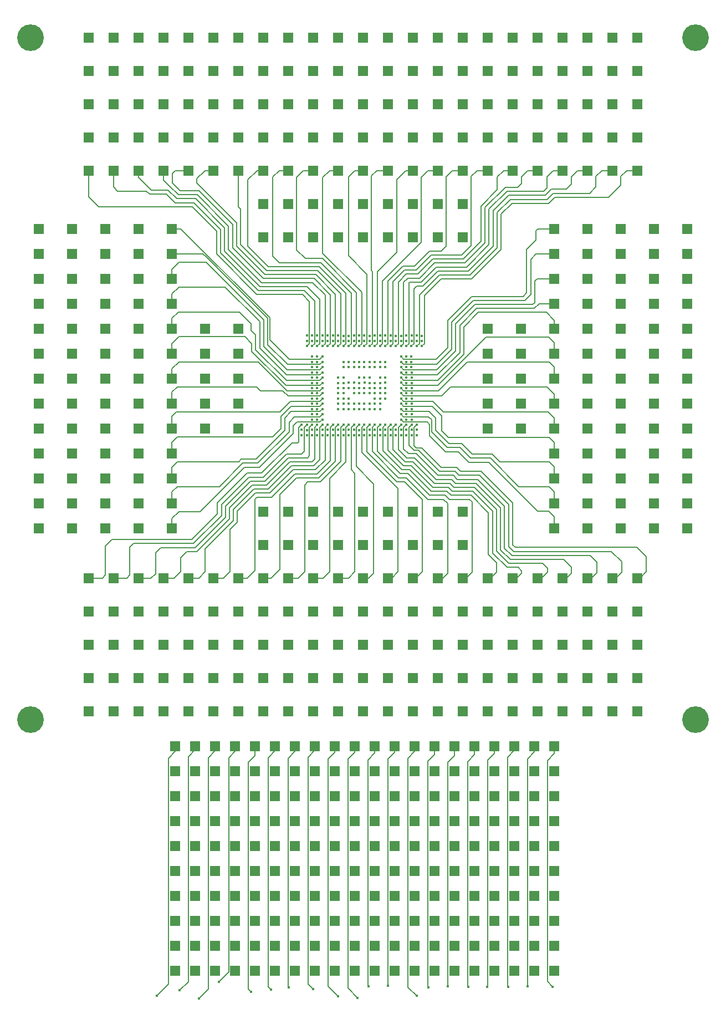
<source format=gbr>
G04 (created by PCBNEW (2012-oct-18)-testing) date Mon 18 Feb 2013 10:37:03 UTC*
%MOIN*%
G04 Gerber Fmt 3.4, Leading zero omitted, Abs format*
%FSLAX34Y34*%
G01*
G70*
G90*
G04 APERTURE LIST*
%ADD10C,0.006*%
%ADD11R,0.06X0.06*%
%ADD12C,0.16*%
%ADD13C,0.0145*%
%ADD14C,0.008*%
G04 APERTURE END LIST*
G54D10*
G54D11*
X109500Y-45200D03*
X109500Y-37700D03*
X109500Y-39200D03*
X109500Y-42200D03*
X109500Y-43700D03*
X109500Y-46700D03*
X107500Y-37700D03*
X107500Y-39200D03*
X107500Y-42200D03*
X107500Y-43700D03*
X107500Y-45200D03*
X107500Y-46700D03*
X101500Y-49700D03*
X101500Y-37700D03*
X101500Y-39200D03*
X101500Y-42200D03*
X101500Y-43700D03*
X101500Y-45200D03*
X101500Y-46700D03*
X137500Y-66700D03*
X137500Y-64700D03*
X137500Y-62700D03*
X137500Y-60700D03*
X137500Y-58700D03*
X136000Y-66700D03*
X136000Y-64700D03*
X136000Y-62700D03*
X136000Y-60700D03*
X105500Y-37700D03*
X105500Y-39200D03*
X105500Y-42200D03*
X105500Y-43700D03*
X105500Y-45200D03*
X105500Y-46700D03*
X103500Y-37700D03*
X103500Y-39200D03*
X103500Y-42200D03*
X103500Y-43700D03*
X103500Y-45200D03*
X103500Y-46700D03*
X136000Y-58700D03*
X115000Y-34200D03*
X122500Y-30200D03*
X121000Y-34200D03*
X121000Y-32200D03*
X121000Y-30200D03*
X119500Y-34200D03*
X119500Y-32200D03*
X119500Y-30200D03*
X118000Y-34200D03*
X118000Y-32200D03*
X118000Y-30200D03*
X116500Y-34200D03*
X116500Y-32200D03*
X116500Y-30200D03*
X122500Y-32200D03*
X115000Y-32200D03*
X115000Y-30200D03*
X113500Y-34200D03*
X113500Y-32200D03*
X113500Y-30200D03*
X112000Y-34200D03*
X112000Y-32200D03*
X112000Y-30200D03*
X110500Y-34200D03*
X110500Y-32200D03*
X110500Y-30200D03*
X109000Y-34200D03*
X109000Y-32200D03*
X128500Y-34200D03*
X136000Y-30200D03*
X134500Y-34200D03*
X134500Y-32200D03*
X134500Y-30200D03*
X133000Y-34200D03*
X133000Y-32200D03*
X133000Y-30200D03*
X131500Y-34200D03*
X131500Y-32200D03*
X131500Y-30200D03*
X130000Y-34200D03*
X130000Y-32200D03*
X130000Y-30200D03*
X109000Y-30200D03*
X128500Y-32200D03*
X128500Y-30200D03*
X127000Y-34200D03*
X127000Y-32200D03*
X127000Y-30200D03*
X125500Y-34200D03*
X125500Y-32200D03*
X125500Y-30200D03*
X124000Y-34200D03*
X124000Y-32200D03*
X124000Y-30200D03*
X122500Y-34200D03*
X125500Y-26200D03*
X110500Y-28200D03*
X109000Y-28200D03*
X107500Y-28200D03*
X106000Y-28200D03*
X104500Y-28200D03*
X137500Y-26200D03*
X136000Y-26200D03*
X134500Y-26200D03*
X133000Y-26200D03*
X131500Y-26200D03*
X130000Y-26200D03*
X127000Y-26200D03*
X128500Y-26200D03*
X112000Y-28200D03*
X124000Y-26200D03*
X122500Y-26200D03*
X121000Y-26200D03*
X119500Y-26200D03*
X116500Y-26200D03*
X118000Y-26200D03*
X115000Y-26200D03*
X113500Y-26200D03*
X112000Y-26200D03*
X110500Y-26200D03*
X109000Y-26200D03*
X106000Y-26200D03*
X107500Y-26200D03*
X131500Y-28200D03*
X107500Y-34200D03*
X107500Y-32200D03*
X107500Y-30200D03*
X106000Y-34200D03*
X106000Y-32200D03*
X106000Y-30200D03*
X104500Y-34200D03*
X104500Y-32200D03*
X104500Y-30200D03*
X137500Y-28200D03*
X136000Y-28200D03*
X134500Y-28200D03*
X133000Y-28200D03*
X136000Y-32200D03*
X130000Y-28200D03*
X128500Y-28200D03*
X127000Y-28200D03*
X125500Y-28200D03*
X124000Y-28200D03*
X122500Y-28200D03*
X121000Y-28200D03*
X119500Y-28200D03*
X118000Y-28200D03*
X116500Y-28200D03*
X115000Y-28200D03*
X113500Y-28200D03*
X122500Y-66700D03*
X127000Y-62700D03*
X127000Y-60700D03*
X127000Y-58700D03*
X125500Y-66700D03*
X125500Y-64700D03*
X125500Y-62700D03*
X125500Y-60700D03*
X125500Y-58700D03*
X124000Y-66700D03*
X124000Y-64700D03*
X124000Y-62700D03*
X124000Y-60700D03*
X124000Y-58700D03*
X127000Y-64700D03*
X122500Y-64700D03*
X122500Y-62700D03*
X122500Y-60700D03*
X122500Y-58700D03*
X121000Y-66700D03*
X121000Y-64700D03*
X121000Y-62700D03*
X121000Y-60700D03*
X121000Y-58700D03*
X119500Y-66700D03*
X119500Y-64700D03*
X119500Y-62700D03*
X119500Y-60700D03*
X131500Y-60700D03*
X134500Y-66700D03*
X134500Y-64700D03*
X134500Y-62700D03*
X134500Y-60700D03*
X134500Y-58700D03*
X133000Y-66700D03*
X133000Y-64700D03*
X133000Y-62700D03*
X133000Y-60700D03*
X133000Y-58700D03*
X131500Y-66700D03*
X131500Y-64700D03*
X131500Y-62700D03*
X119500Y-58700D03*
X131500Y-58700D03*
X130000Y-66700D03*
X130000Y-64700D03*
X130000Y-62700D03*
X130000Y-60700D03*
X130000Y-58700D03*
X128500Y-66700D03*
X128500Y-64700D03*
X128500Y-62700D03*
X128500Y-60700D03*
X128500Y-58700D03*
X127000Y-66700D03*
X106000Y-66700D03*
X110500Y-62700D03*
X110500Y-60700D03*
X110500Y-58700D03*
X109000Y-66700D03*
X109000Y-64700D03*
X109000Y-62700D03*
X109000Y-60700D03*
X109000Y-58700D03*
X107500Y-66700D03*
X107500Y-64700D03*
X107500Y-62700D03*
X107500Y-60700D03*
X107500Y-58700D03*
X110500Y-64700D03*
X106000Y-64700D03*
X106000Y-62700D03*
X106000Y-60700D03*
X106000Y-58700D03*
X104500Y-66700D03*
X104500Y-64700D03*
X104500Y-62700D03*
X104500Y-60700D03*
X104500Y-58700D03*
X137500Y-34200D03*
X137500Y-32200D03*
X137500Y-30200D03*
X136000Y-34200D03*
X115000Y-60700D03*
X118000Y-66700D03*
X118000Y-64700D03*
X118000Y-62700D03*
X118000Y-60700D03*
X118000Y-58700D03*
X116500Y-66700D03*
X116500Y-64700D03*
X116500Y-62700D03*
X116500Y-60700D03*
X116500Y-58700D03*
X115000Y-66700D03*
X115000Y-64700D03*
X115000Y-62700D03*
X104500Y-26200D03*
X115000Y-58700D03*
X113500Y-66700D03*
X113500Y-64700D03*
X113500Y-62700D03*
X113500Y-60700D03*
X113500Y-58700D03*
X112000Y-66700D03*
X112000Y-64700D03*
X112000Y-62700D03*
X112000Y-60700D03*
X112000Y-58700D03*
X110500Y-66700D03*
X134500Y-51200D03*
X132500Y-45200D03*
X132500Y-43700D03*
X132500Y-42200D03*
X132500Y-40700D03*
X132500Y-39200D03*
X132500Y-37700D03*
X134500Y-55700D03*
X136500Y-54200D03*
X134500Y-52700D03*
X132500Y-46700D03*
X134500Y-49700D03*
X134500Y-48200D03*
X134500Y-46700D03*
X134500Y-45200D03*
X134500Y-43700D03*
X134500Y-42200D03*
X134500Y-40700D03*
X134500Y-39200D03*
X134500Y-37700D03*
X127000Y-38200D03*
X125500Y-38200D03*
X125500Y-36200D03*
X127000Y-56700D03*
X127000Y-54700D03*
X130500Y-49700D03*
X130500Y-48200D03*
X130500Y-46700D03*
X130500Y-45200D03*
X130500Y-43700D03*
X136500Y-55700D03*
X127000Y-36200D03*
X132500Y-54200D03*
X132500Y-55700D03*
X134500Y-54200D03*
X132500Y-52700D03*
X132500Y-51200D03*
X132500Y-49700D03*
X132500Y-48200D03*
X140500Y-51200D03*
X138500Y-45200D03*
X138500Y-43700D03*
X138500Y-42200D03*
X138500Y-40700D03*
X138500Y-39200D03*
X138500Y-37700D03*
X140500Y-55700D03*
X101500Y-54200D03*
X140500Y-52700D03*
X138500Y-46700D03*
X140500Y-49700D03*
X140500Y-48200D03*
X140500Y-46700D03*
X140500Y-45200D03*
X140500Y-43700D03*
X140500Y-42200D03*
X140500Y-40700D03*
X140500Y-39200D03*
X140500Y-37700D03*
X136500Y-40700D03*
X138500Y-54200D03*
X136500Y-52700D03*
X136500Y-51200D03*
X136500Y-49700D03*
X136500Y-48200D03*
X136500Y-46700D03*
X136500Y-45200D03*
X136500Y-43700D03*
X136500Y-42200D03*
X128500Y-43700D03*
X136500Y-39200D03*
X136500Y-37700D03*
X138500Y-55700D03*
X140500Y-54200D03*
X138500Y-52700D03*
X138500Y-51200D03*
X138500Y-49700D03*
X138500Y-48200D03*
X109500Y-51200D03*
X107500Y-55700D03*
X109500Y-54200D03*
X107500Y-52700D03*
X107500Y-51200D03*
X107500Y-49700D03*
X107500Y-48200D03*
X107500Y-40700D03*
X109500Y-55700D03*
X109500Y-52700D03*
X105500Y-40700D03*
X109500Y-49700D03*
X109500Y-48200D03*
X109500Y-40700D03*
X115000Y-56700D03*
X115000Y-54700D03*
X111500Y-49700D03*
X111500Y-48200D03*
X111500Y-46700D03*
X111500Y-45200D03*
X103500Y-49700D03*
X103500Y-54200D03*
X101500Y-52700D03*
X101500Y-51200D03*
X101500Y-48200D03*
X101500Y-40700D03*
X103500Y-55700D03*
X105500Y-54200D03*
X103500Y-52700D03*
X103500Y-51200D03*
X111500Y-43700D03*
X103500Y-48200D03*
X103500Y-40700D03*
X105500Y-55700D03*
X107500Y-54200D03*
X105500Y-52700D03*
X105500Y-51200D03*
X105500Y-49700D03*
X105500Y-48200D03*
X124000Y-54700D03*
X121000Y-56700D03*
X121000Y-54700D03*
X121000Y-38200D03*
X121000Y-36200D03*
X122500Y-56700D03*
X122500Y-54700D03*
X122500Y-38200D03*
X122500Y-36200D03*
X124000Y-56700D03*
X119500Y-36200D03*
X124000Y-38200D03*
X124000Y-36200D03*
X125500Y-56700D03*
X125500Y-54700D03*
X128500Y-49700D03*
X128500Y-48200D03*
X128500Y-46700D03*
X128500Y-45200D03*
X116500Y-38200D03*
X115000Y-38200D03*
X115000Y-36200D03*
X116500Y-56700D03*
X116500Y-54700D03*
X113500Y-49700D03*
X113500Y-48200D03*
X113500Y-46700D03*
X113500Y-45200D03*
X113500Y-43700D03*
X101500Y-55700D03*
X116500Y-36200D03*
X118000Y-56700D03*
X118000Y-54700D03*
X118000Y-38200D03*
X118000Y-36200D03*
X119500Y-56700D03*
X119500Y-54700D03*
X119500Y-38200D03*
G54D12*
X101000Y-26200D03*
X141000Y-26200D03*
X101000Y-67200D03*
X141000Y-67200D03*
G54D11*
X125300Y-82300D03*
X124100Y-79300D03*
X124100Y-77800D03*
X124100Y-82300D03*
X124100Y-80800D03*
X125300Y-70300D03*
X125300Y-68800D03*
X125300Y-73300D03*
X125300Y-71800D03*
X125300Y-76300D03*
X125300Y-74800D03*
X125300Y-79300D03*
X125300Y-77800D03*
X124100Y-74800D03*
X125300Y-80800D03*
X126500Y-70300D03*
X126500Y-68800D03*
X126500Y-73300D03*
X126500Y-71800D03*
X126500Y-76300D03*
X126500Y-74800D03*
X126500Y-79300D03*
X126500Y-77800D03*
X126500Y-82300D03*
X126500Y-80800D03*
X122900Y-71800D03*
X121700Y-68800D03*
X121700Y-73300D03*
X121700Y-71800D03*
X121700Y-76300D03*
X121700Y-74800D03*
X121700Y-79300D03*
X121700Y-77800D03*
X121700Y-82300D03*
X121700Y-80800D03*
X122900Y-70300D03*
X122900Y-68800D03*
X122900Y-73300D03*
X127700Y-70300D03*
X122900Y-76300D03*
X122900Y-74800D03*
X122900Y-79300D03*
X122900Y-77800D03*
X122900Y-82300D03*
X122900Y-80800D03*
X124100Y-70300D03*
X124100Y-68800D03*
X124100Y-73300D03*
X124100Y-71800D03*
X124100Y-76300D03*
X131300Y-82300D03*
X130100Y-79300D03*
X130100Y-77800D03*
X130100Y-82300D03*
X130100Y-80800D03*
X131300Y-70300D03*
X131300Y-68800D03*
X131300Y-73300D03*
X131300Y-71800D03*
X131300Y-76300D03*
X131300Y-74800D03*
X131300Y-79300D03*
X131300Y-77800D03*
X130100Y-74800D03*
X131300Y-80800D03*
X132500Y-70300D03*
X132500Y-68800D03*
X132500Y-73300D03*
X132500Y-71800D03*
X132500Y-76300D03*
X132500Y-74800D03*
X132500Y-79300D03*
X132500Y-77800D03*
X132500Y-82300D03*
X132500Y-80800D03*
X128900Y-71800D03*
X127700Y-68800D03*
X127700Y-73300D03*
X127700Y-71800D03*
X127700Y-76300D03*
X127700Y-74800D03*
X127700Y-79300D03*
X127700Y-77800D03*
X127700Y-82300D03*
X127700Y-80800D03*
X128900Y-70300D03*
X128900Y-68800D03*
X128900Y-73300D03*
X121700Y-70300D03*
X128900Y-76300D03*
X128900Y-74800D03*
X128900Y-79300D03*
X128900Y-77800D03*
X128900Y-82300D03*
X128900Y-80800D03*
X130100Y-70300D03*
X130100Y-68800D03*
X130100Y-73300D03*
X130100Y-71800D03*
X130100Y-76300D03*
X113300Y-82300D03*
X112100Y-79300D03*
X112100Y-77800D03*
X112100Y-82300D03*
X112100Y-80800D03*
X113300Y-70300D03*
X113300Y-68800D03*
X113300Y-73300D03*
X113300Y-71800D03*
X113300Y-76300D03*
X113300Y-74800D03*
X113300Y-79300D03*
X113300Y-77800D03*
X112100Y-74800D03*
X113300Y-80800D03*
X114500Y-70300D03*
X114500Y-68800D03*
X114500Y-73300D03*
X114500Y-71800D03*
X114500Y-76300D03*
X114500Y-74800D03*
X114500Y-79300D03*
X114500Y-77800D03*
X114500Y-82300D03*
X114500Y-80800D03*
X110900Y-71800D03*
X109700Y-68800D03*
X109700Y-73300D03*
X109700Y-71800D03*
X109700Y-76300D03*
X109700Y-74800D03*
X109700Y-79300D03*
X109700Y-77800D03*
X109700Y-82300D03*
X109700Y-80800D03*
X110900Y-70300D03*
X110900Y-68800D03*
X110900Y-73300D03*
X115700Y-70300D03*
X110900Y-76300D03*
X110900Y-74800D03*
X110900Y-79300D03*
X110900Y-77800D03*
X110900Y-82300D03*
X110900Y-80800D03*
X112100Y-70300D03*
X112100Y-68800D03*
X112100Y-73300D03*
X112100Y-71800D03*
X112100Y-76300D03*
X119300Y-82300D03*
X118100Y-79300D03*
X118100Y-77800D03*
X118100Y-82300D03*
X118100Y-80800D03*
X119300Y-70300D03*
X119300Y-68800D03*
X119300Y-73300D03*
X119300Y-71800D03*
X119300Y-76300D03*
X119300Y-74800D03*
X119300Y-79300D03*
X119300Y-77800D03*
X118100Y-74800D03*
X119300Y-80800D03*
X120500Y-70300D03*
X120500Y-68800D03*
X120500Y-73300D03*
X120500Y-71800D03*
X120500Y-76300D03*
X120500Y-74800D03*
X120500Y-79300D03*
X120500Y-77800D03*
X120500Y-82300D03*
X120500Y-80800D03*
X116900Y-71800D03*
X115700Y-68800D03*
X115700Y-73300D03*
X115700Y-71800D03*
X115700Y-76300D03*
X115700Y-74800D03*
X115700Y-79300D03*
X115700Y-77800D03*
X115700Y-82300D03*
X115700Y-80800D03*
X116900Y-70300D03*
X116900Y-68800D03*
X116900Y-73300D03*
X109700Y-70300D03*
X116900Y-76300D03*
X116900Y-74800D03*
X116900Y-79300D03*
X116900Y-77800D03*
X116900Y-82300D03*
X116900Y-80800D03*
X118100Y-70300D03*
X118100Y-68800D03*
X118100Y-73300D03*
X118100Y-71800D03*
X118100Y-76300D03*
G54D13*
X117925Y-48845D03*
X117925Y-49160D03*
X118240Y-49165D03*
X118555Y-48850D03*
X118240Y-48850D03*
X123280Y-49162D03*
X123596Y-49164D03*
X123910Y-49164D03*
X118555Y-47590D03*
X118555Y-47905D03*
X118240Y-47905D03*
X117925Y-47905D03*
X118240Y-47590D03*
X117925Y-47590D03*
X118240Y-48220D03*
X117925Y-48530D03*
X118240Y-48530D03*
X118555Y-48530D03*
X118555Y-48220D03*
X117925Y-48220D03*
X123280Y-47590D03*
X123596Y-47588D03*
X123910Y-47588D03*
X123910Y-46960D03*
X123596Y-46960D03*
X123280Y-46958D03*
X123910Y-47904D03*
X123280Y-47274D03*
X123596Y-47274D03*
X123910Y-47272D03*
X123910Y-48532D03*
X123596Y-48532D03*
X123280Y-48532D03*
X123282Y-48848D03*
X123596Y-48848D03*
X123910Y-48848D03*
X123596Y-48218D03*
X123596Y-47904D03*
X123280Y-47906D03*
X123280Y-48218D03*
X123910Y-48218D03*
X123280Y-49480D03*
X123595Y-49790D03*
X123595Y-50105D03*
X123280Y-49790D03*
X123280Y-50105D03*
X124225Y-49790D03*
X123910Y-49480D03*
X123910Y-49790D03*
X123910Y-50105D03*
X124225Y-50105D03*
X123595Y-49480D03*
X122335Y-49480D03*
X122340Y-49790D03*
X122335Y-50105D03*
X122020Y-50105D03*
X122965Y-49480D03*
X122965Y-50105D03*
X122965Y-49790D03*
X122650Y-49480D03*
X122650Y-49790D03*
X122650Y-50105D03*
X118240Y-46645D03*
X117925Y-46645D03*
X118555Y-46645D03*
X118555Y-46330D03*
X118240Y-46330D03*
X117925Y-46330D03*
X118555Y-47275D03*
X118240Y-47275D03*
X117925Y-47275D03*
X118555Y-46960D03*
X118240Y-46960D03*
X117925Y-46960D03*
X118240Y-45385D03*
X117925Y-45700D03*
X118556Y-45385D03*
X117925Y-45385D03*
X124220Y-49475D03*
X117925Y-46015D03*
X118555Y-46015D03*
X118240Y-46015D03*
X118555Y-45700D03*
X118240Y-45700D03*
X119500Y-47905D03*
X122336Y-46958D03*
X122020Y-46644D03*
X122334Y-46644D03*
X119815Y-47905D03*
X119815Y-47590D03*
X119500Y-47590D03*
X119815Y-47275D03*
X119500Y-47275D03*
X118242Y-44754D03*
X122338Y-47904D03*
X122022Y-47904D03*
X122336Y-47590D03*
X122022Y-47588D03*
X122022Y-47274D03*
X122338Y-47274D03*
X122022Y-46960D03*
X120760Y-48220D03*
X121390Y-48220D03*
X121390Y-48535D03*
X121075Y-48535D03*
X121075Y-48215D03*
X121705Y-48535D03*
X120760Y-48535D03*
X120445Y-48220D03*
X120445Y-48530D03*
X119815Y-46960D03*
X119500Y-46960D03*
X119815Y-46645D03*
X119500Y-46645D03*
X122020Y-48220D03*
X122020Y-48535D03*
X121705Y-48215D03*
X124210Y-83820D03*
X122500Y-83220D03*
X121340Y-83250D03*
X120670Y-83930D03*
X119490Y-83850D03*
X129720Y-83290D03*
X128460Y-83260D03*
X127320Y-83280D03*
X126090Y-83250D03*
X124910Y-83300D03*
X111130Y-83970D03*
X109950Y-83490D03*
X108600Y-83800D03*
X117980Y-83410D03*
X116530Y-83300D03*
X120135Y-48220D03*
X115460Y-83450D03*
X114250Y-83570D03*
X112320Y-82970D03*
X123280Y-45384D03*
X123594Y-45384D03*
X123908Y-45384D03*
X123908Y-45700D03*
X123594Y-45700D03*
X123596Y-46644D03*
X123910Y-46330D03*
X123280Y-46646D03*
X123910Y-46644D03*
X123280Y-45700D03*
X123278Y-46014D03*
X123594Y-46014D03*
X123908Y-46014D03*
X123278Y-46330D03*
X123594Y-46328D03*
X122018Y-46016D03*
X122020Y-45700D03*
X121702Y-46014D03*
X121704Y-45700D03*
X121388Y-46014D03*
X121390Y-45700D03*
X121074Y-46014D03*
X121074Y-45700D03*
X120760Y-46014D03*
X119500Y-48215D03*
X120130Y-48535D03*
X119815Y-48215D03*
X119815Y-48535D03*
X119500Y-48535D03*
X122334Y-46016D03*
X122336Y-45698D03*
X120130Y-46016D03*
X120760Y-45700D03*
X120444Y-46014D03*
X120444Y-45700D03*
X120130Y-45700D03*
X119816Y-46016D03*
X119816Y-45700D03*
X121705Y-47903D03*
X120130Y-47903D03*
X118555Y-49165D03*
X121390Y-46644D03*
X121706Y-47588D03*
X121390Y-47590D03*
X121076Y-47588D03*
X120760Y-47588D03*
X120446Y-47588D03*
X121706Y-47274D03*
X121390Y-47274D03*
X121076Y-47274D03*
X120762Y-47274D03*
X120448Y-47274D03*
X120132Y-47274D03*
X121706Y-46960D03*
X121390Y-46960D03*
X121078Y-46958D03*
X120762Y-46960D03*
X120132Y-46958D03*
X120446Y-46958D03*
X121076Y-46644D03*
X120760Y-46644D03*
X118555Y-44125D03*
X118555Y-44440D03*
X118556Y-44754D03*
X118870Y-44125D03*
X117925Y-44125D03*
X117925Y-44440D03*
X117926Y-44754D03*
X118240Y-44125D03*
X118240Y-44440D03*
X119816Y-44754D03*
X119816Y-44440D03*
X119816Y-44126D03*
X119500Y-44754D03*
X119500Y-44440D03*
X119500Y-44124D03*
X120130Y-44754D03*
X120444Y-44754D03*
X120446Y-44440D03*
X120446Y-44124D03*
X120130Y-44440D03*
X120130Y-44126D03*
X117610Y-44125D03*
X117610Y-44440D03*
X117612Y-44754D03*
X119186Y-44124D03*
X119186Y-44754D03*
X119186Y-44438D03*
X118870Y-44754D03*
X118870Y-44440D03*
X118870Y-50105D03*
X119185Y-50105D03*
X118870Y-49790D03*
X118870Y-49480D03*
X118555Y-49480D03*
X119500Y-49790D03*
X119500Y-50105D03*
X118555Y-49790D03*
X119500Y-49480D03*
X119185Y-49480D03*
X119185Y-49790D03*
X117925Y-49790D03*
X117925Y-50105D03*
X117610Y-50105D03*
X117925Y-49480D03*
X117295Y-49790D03*
X118555Y-50105D03*
X118240Y-50105D03*
X118240Y-49790D03*
X118240Y-49480D03*
X121390Y-49790D03*
X121390Y-50105D03*
X121075Y-50105D03*
X121075Y-49790D03*
X121075Y-49480D03*
X121705Y-50105D03*
X122020Y-49790D03*
X122020Y-49480D03*
X121705Y-49790D03*
X121705Y-49480D03*
X121390Y-49480D03*
X120130Y-49475D03*
X120130Y-49790D03*
X120130Y-50105D03*
X119820Y-49480D03*
X119815Y-49790D03*
X119820Y-50105D03*
X120445Y-49480D03*
X120760Y-50105D03*
X120760Y-49795D03*
X120760Y-49480D03*
X117610Y-49795D03*
X120445Y-49790D03*
X120445Y-50105D03*
X122020Y-44440D03*
X122020Y-44124D03*
X122020Y-44754D03*
X121706Y-44754D03*
X121704Y-44440D03*
X121706Y-44124D03*
X122650Y-44754D03*
X122650Y-44124D03*
X122650Y-44440D03*
X122336Y-44754D03*
X122336Y-44440D03*
X122336Y-44124D03*
X120760Y-44440D03*
X121076Y-44440D03*
X121076Y-44124D03*
X120760Y-44754D03*
X120760Y-44124D03*
X121390Y-44126D03*
X121390Y-44440D03*
X121390Y-44754D03*
X121076Y-44754D03*
X124224Y-44124D03*
X124224Y-44440D03*
X124224Y-44756D03*
X123908Y-44754D03*
X123910Y-44440D03*
X117610Y-49480D03*
X117295Y-49480D03*
X117295Y-50105D03*
X124542Y-44754D03*
X124538Y-44440D03*
X124538Y-44126D03*
X122966Y-44756D03*
X123280Y-44440D03*
X123280Y-44126D03*
X122964Y-44440D03*
X122964Y-44126D03*
X123910Y-44124D03*
X123594Y-44124D03*
X123594Y-44440D03*
X123594Y-44754D03*
X123280Y-44754D03*
X130890Y-83250D03*
X132400Y-83260D03*
G54D14*
X118400Y-49005D02*
X118555Y-48850D01*
X116875Y-49005D02*
X118400Y-49005D01*
X116545Y-49335D02*
X116875Y-49005D01*
X116545Y-49895D02*
X116545Y-49335D01*
X114650Y-51790D02*
X116545Y-49895D01*
X113770Y-51790D02*
X114650Y-51790D01*
X112365Y-53195D02*
X113770Y-51790D01*
X109815Y-53195D02*
X112365Y-53195D01*
X109500Y-53510D02*
X109815Y-53195D01*
X109500Y-54200D02*
X109500Y-53510D01*
X123440Y-49322D02*
X123280Y-49162D01*
X124848Y-49322D02*
X123440Y-49322D01*
X124993Y-49467D02*
X124848Y-49322D01*
X124993Y-50129D02*
X124993Y-49467D01*
X125960Y-51096D02*
X124993Y-50129D01*
X126726Y-51096D02*
X125960Y-51096D01*
X127360Y-51730D02*
X126726Y-51096D01*
X128566Y-51730D02*
X127360Y-51730D01*
X131508Y-54672D02*
X128566Y-51730D01*
X132148Y-54672D02*
X131508Y-54672D01*
X132500Y-55024D02*
X132148Y-54672D01*
X132500Y-55700D02*
X132500Y-55024D01*
X116495Y-47750D02*
X118395Y-47750D01*
X116175Y-47430D02*
X116495Y-47750D01*
X118395Y-47750D02*
X118555Y-47590D01*
X114820Y-47430D02*
X116175Y-47430D01*
X109500Y-48200D02*
X109500Y-47525D01*
X114595Y-47205D02*
X114820Y-47430D01*
X109820Y-47205D02*
X114595Y-47205D01*
X109500Y-47525D02*
X109820Y-47205D01*
X118400Y-48060D02*
X118555Y-47905D01*
X116630Y-48060D02*
X118400Y-48060D01*
X115995Y-48695D02*
X116630Y-48060D01*
X109770Y-48695D02*
X115995Y-48695D01*
X109500Y-48965D02*
X109770Y-48695D01*
X109500Y-49700D02*
X109500Y-48965D01*
X118395Y-48690D02*
X118555Y-48530D01*
X116675Y-48690D02*
X118395Y-48690D01*
X116305Y-49060D02*
X116675Y-48690D01*
X116305Y-49795D02*
X116305Y-49060D01*
X114550Y-51550D02*
X116305Y-49795D01*
X113670Y-51550D02*
X114550Y-51550D01*
X113525Y-51695D02*
X113670Y-51550D01*
X109835Y-51695D02*
X113525Y-51695D01*
X109500Y-52030D02*
X109835Y-51695D01*
X109500Y-52700D02*
X109500Y-52030D01*
X118400Y-48375D02*
X118555Y-48220D01*
X116655Y-48375D02*
X118400Y-48375D01*
X116065Y-48965D02*
X116655Y-48375D01*
X116065Y-49695D02*
X116065Y-48965D01*
X115565Y-50195D02*
X116065Y-49695D01*
X109835Y-50195D02*
X115565Y-50195D01*
X109500Y-50530D02*
X109835Y-50195D01*
X109500Y-51200D02*
X109500Y-50530D01*
X123436Y-47746D02*
X123280Y-47590D01*
X125730Y-47746D02*
X123436Y-47746D01*
X126262Y-47214D02*
X125730Y-47746D01*
X132056Y-47214D02*
X126262Y-47214D01*
X132500Y-47658D02*
X132056Y-47214D01*
X132500Y-48200D02*
X132500Y-47658D01*
X132500Y-45200D02*
X132500Y-44554D01*
X132500Y-44554D02*
X132166Y-44220D01*
X132166Y-44220D02*
X128406Y-44220D01*
X128406Y-44220D02*
X125508Y-47118D01*
X125508Y-47118D02*
X123440Y-47118D01*
X123440Y-47118D02*
X123280Y-46958D01*
X132500Y-46700D02*
X132500Y-46022D01*
X123438Y-47432D02*
X123280Y-47274D01*
X125534Y-47432D02*
X123438Y-47432D01*
X127256Y-45710D02*
X125534Y-47432D01*
X132188Y-45710D02*
X127256Y-45710D01*
X132500Y-46022D02*
X132188Y-45710D01*
X123440Y-48692D02*
X123280Y-48532D01*
X124968Y-48692D02*
X123440Y-48692D01*
X125354Y-49078D02*
X124968Y-48692D01*
X125354Y-49812D02*
X125354Y-49078D01*
X126156Y-50614D02*
X125354Y-49812D01*
X126922Y-50614D02*
X126156Y-50614D01*
X127558Y-51250D02*
X126922Y-50614D01*
X128764Y-51250D02*
X127558Y-51250D01*
X129214Y-51700D02*
X128764Y-51250D01*
X132198Y-51700D02*
X129214Y-51700D01*
X132500Y-52002D02*
X132198Y-51700D01*
X132500Y-52700D02*
X132500Y-52002D01*
X123440Y-49006D02*
X123282Y-48848D01*
X124940Y-49006D02*
X123440Y-49006D01*
X125114Y-49180D02*
X124940Y-49006D01*
X125114Y-49910D02*
X125114Y-49180D01*
X126058Y-50854D02*
X125114Y-49910D01*
X126824Y-50854D02*
X126058Y-50854D01*
X127460Y-51490D02*
X126824Y-50854D01*
X128664Y-51490D02*
X127460Y-51490D01*
X130370Y-53196D02*
X128664Y-51490D01*
X132184Y-53196D02*
X130370Y-53196D01*
X132500Y-53512D02*
X132184Y-53196D01*
X132500Y-54200D02*
X132500Y-53512D01*
X123436Y-48062D02*
X123280Y-47906D01*
X125184Y-48062D02*
X123436Y-48062D01*
X125838Y-48716D02*
X125184Y-48062D01*
X132126Y-48716D02*
X125838Y-48716D01*
X132500Y-49090D02*
X132126Y-48716D01*
X132500Y-49700D02*
X132500Y-49090D01*
X123438Y-48376D02*
X123280Y-48218D01*
X125158Y-48376D02*
X123438Y-48376D01*
X125716Y-48934D02*
X125158Y-48376D01*
X125716Y-49832D02*
X125716Y-48934D01*
X126114Y-50230D02*
X125716Y-49832D01*
X132198Y-50230D02*
X126114Y-50230D01*
X132500Y-50532D02*
X132198Y-50230D01*
X132500Y-51200D02*
X132500Y-50532D01*
X123120Y-49640D02*
X123280Y-49480D01*
X123120Y-50965D02*
X123120Y-49640D01*
X123620Y-51465D02*
X123120Y-50965D01*
X124100Y-51465D02*
X123620Y-51465D01*
X125395Y-52760D02*
X124100Y-51465D01*
X126330Y-52760D02*
X125395Y-52760D01*
X126575Y-53005D02*
X126330Y-52760D01*
X127795Y-53005D02*
X126575Y-53005D01*
X129265Y-54475D02*
X127795Y-53005D01*
X129265Y-56995D02*
X129265Y-54475D01*
X129845Y-57575D02*
X129265Y-56995D01*
X133065Y-57575D02*
X129845Y-57575D01*
X133535Y-58045D02*
X133065Y-57575D01*
X133535Y-58400D02*
X133535Y-58045D01*
X133000Y-58700D02*
X133235Y-58700D01*
X133235Y-58700D02*
X133535Y-58400D01*
X123750Y-49645D02*
X123750Y-49640D01*
X123750Y-49640D02*
X123910Y-49480D01*
X123750Y-50710D02*
X123750Y-49645D01*
X124045Y-51005D02*
X123750Y-50710D01*
X124320Y-51005D02*
X124045Y-51005D01*
X125595Y-52280D02*
X124320Y-51005D01*
X126530Y-52280D02*
X125595Y-52280D01*
X126775Y-52525D02*
X126530Y-52280D01*
X127995Y-52525D02*
X126775Y-52525D01*
X129745Y-54275D02*
X127995Y-52525D01*
X129745Y-56795D02*
X129745Y-54275D01*
X130045Y-57095D02*
X129745Y-56795D01*
X135940Y-57095D02*
X130045Y-57095D01*
X136000Y-58700D02*
X136195Y-58700D01*
X136545Y-57700D02*
X135940Y-57095D01*
X136545Y-58350D02*
X136545Y-57700D01*
X136195Y-58700D02*
X136545Y-58350D01*
X123435Y-49640D02*
X123595Y-49480D01*
X123435Y-50950D02*
X123435Y-49640D01*
X123710Y-51225D02*
X123435Y-50950D01*
X124205Y-51225D02*
X123710Y-51225D01*
X125500Y-52520D02*
X124205Y-51225D01*
X126430Y-52520D02*
X125500Y-52520D01*
X126675Y-52765D02*
X126430Y-52520D01*
X127895Y-52765D02*
X126675Y-52765D01*
X129505Y-54375D02*
X127895Y-52765D01*
X129505Y-56895D02*
X129505Y-54375D01*
X129945Y-57335D02*
X129505Y-56895D01*
X134670Y-57335D02*
X129945Y-57335D01*
X135070Y-57735D02*
X134670Y-57335D01*
X135070Y-58370D02*
X135070Y-57735D01*
X134500Y-58700D02*
X134740Y-58700D01*
X134740Y-58700D02*
X135070Y-58370D01*
X122180Y-49635D02*
X122335Y-49480D01*
X122180Y-51045D02*
X122180Y-49635D01*
X123320Y-52185D02*
X122180Y-51045D01*
X123805Y-52185D02*
X123320Y-52185D01*
X125100Y-53480D02*
X123805Y-52185D01*
X126035Y-53480D02*
X125100Y-53480D01*
X126280Y-53725D02*
X126035Y-53480D01*
X127500Y-53725D02*
X126280Y-53725D01*
X128540Y-54765D02*
X127500Y-53725D01*
X128540Y-57285D02*
X128540Y-54765D01*
X129040Y-57785D02*
X128540Y-57285D01*
X129040Y-58330D02*
X129040Y-57785D01*
X128500Y-58700D02*
X128670Y-58700D01*
X128670Y-58700D02*
X129040Y-58330D01*
X122805Y-49640D02*
X122965Y-49480D01*
X122805Y-50990D02*
X122805Y-49640D01*
X123515Y-51700D02*
X122805Y-50990D01*
X124000Y-51700D02*
X123515Y-51700D01*
X125300Y-53000D02*
X124000Y-51700D01*
X126230Y-53000D02*
X125300Y-53000D01*
X126475Y-53245D02*
X126230Y-53000D01*
X127695Y-53245D02*
X126475Y-53245D01*
X129025Y-54575D02*
X127695Y-53245D01*
X129025Y-57090D02*
X129025Y-54575D01*
X129750Y-57815D02*
X129025Y-57090D01*
X131780Y-57815D02*
X129750Y-57815D01*
X132085Y-58120D02*
X131780Y-57815D01*
X132085Y-58335D02*
X132085Y-58120D01*
X131500Y-58700D02*
X131720Y-58700D01*
X131720Y-58700D02*
X132085Y-58335D01*
X122495Y-49635D02*
X122650Y-49480D01*
X122495Y-51020D02*
X122495Y-49635D01*
X123420Y-51945D02*
X122495Y-51020D01*
X123905Y-51945D02*
X123420Y-51945D01*
X125200Y-53240D02*
X123905Y-51945D01*
X126130Y-53240D02*
X125200Y-53240D01*
X126375Y-53485D02*
X126130Y-53240D01*
X127600Y-53485D02*
X126375Y-53485D01*
X128785Y-54670D02*
X127600Y-53485D01*
X128785Y-57195D02*
X128785Y-54670D01*
X129645Y-58055D02*
X128785Y-57195D01*
X130310Y-58055D02*
X129645Y-58055D01*
X130525Y-58270D02*
X130310Y-58055D01*
X130525Y-58410D02*
X130525Y-58270D01*
X130000Y-58700D02*
X130235Y-58700D01*
X130235Y-58700D02*
X130525Y-58410D01*
X109500Y-43700D02*
X109500Y-43090D01*
X109500Y-43090D02*
X109895Y-42695D01*
X109895Y-42695D02*
X113565Y-42695D01*
X113565Y-42695D02*
X114275Y-43405D01*
X114275Y-43405D02*
X114275Y-43795D01*
X114275Y-43795D02*
X114540Y-44060D01*
X114540Y-44060D02*
X114540Y-44960D01*
X114540Y-44960D02*
X116380Y-46800D01*
X116380Y-46800D02*
X118400Y-46800D01*
X118400Y-46800D02*
X118555Y-46645D01*
X109500Y-42200D02*
X109500Y-41625D01*
X109500Y-41625D02*
X109925Y-41200D01*
X109925Y-41200D02*
X112690Y-41200D01*
X112690Y-41200D02*
X114780Y-43290D01*
X114780Y-43290D02*
X114780Y-44865D01*
X114780Y-44865D02*
X116400Y-46485D01*
X116400Y-46485D02*
X118400Y-46485D01*
X118400Y-46485D02*
X118555Y-46330D01*
X114605Y-45700D02*
X114705Y-45700D01*
X114705Y-45700D02*
X116435Y-47430D01*
X109500Y-46700D02*
X109500Y-46110D01*
X116435Y-47430D02*
X118400Y-47430D01*
X118400Y-47430D02*
X118555Y-47275D01*
X109910Y-45700D02*
X114605Y-45700D01*
X114605Y-45700D02*
X114600Y-45700D01*
X109500Y-46110D02*
X109910Y-45700D01*
X109500Y-45200D02*
X109500Y-44625D01*
X109500Y-44625D02*
X109935Y-44190D01*
X109935Y-44190D02*
X113890Y-44190D01*
X113890Y-44190D02*
X114300Y-44600D01*
X114300Y-44600D02*
X114300Y-45060D01*
X114300Y-45060D02*
X116355Y-47115D01*
X116355Y-47115D02*
X118400Y-47115D01*
X118400Y-47115D02*
X118555Y-46960D01*
X116562Y-45542D02*
X118399Y-45542D01*
X115380Y-44360D02*
X116562Y-45542D01*
X109500Y-37700D02*
X110039Y-37700D01*
X115380Y-43040D02*
X115380Y-44360D01*
X110039Y-37700D02*
X115380Y-43040D01*
X118399Y-45542D02*
X118556Y-45385D01*
X124065Y-49630D02*
X124220Y-49475D01*
X124065Y-50755D02*
X124065Y-49630D01*
X124194Y-50884D02*
X124065Y-50755D01*
X124539Y-50884D02*
X124194Y-50884D01*
X125695Y-52040D02*
X124539Y-50884D01*
X126630Y-52040D02*
X125695Y-52040D01*
X126875Y-52285D02*
X126630Y-52040D01*
X128100Y-52285D02*
X126875Y-52285D01*
X129985Y-54170D02*
X128100Y-52285D01*
X129985Y-56695D02*
X129985Y-54170D01*
X130145Y-56855D02*
X129985Y-56695D01*
X137465Y-56855D02*
X130145Y-56855D01*
X138035Y-57425D02*
X137465Y-56855D01*
X138035Y-58320D02*
X138035Y-57425D01*
X137500Y-58700D02*
X137655Y-58700D01*
X137655Y-58700D02*
X138035Y-58320D01*
X109500Y-40700D02*
X109500Y-40145D01*
X109500Y-40145D02*
X109935Y-39710D01*
X109935Y-39710D02*
X111555Y-39710D01*
X111555Y-39710D02*
X115025Y-43180D01*
X115025Y-43180D02*
X115025Y-44770D01*
X115025Y-44770D02*
X116430Y-46175D01*
X116430Y-46175D02*
X118395Y-46175D01*
X118395Y-46175D02*
X118555Y-46015D01*
X109500Y-39200D02*
X111370Y-39200D01*
X111370Y-39200D02*
X111560Y-39390D01*
X111560Y-39390D02*
X115260Y-43090D01*
X115260Y-43090D02*
X115260Y-44665D01*
X115260Y-44665D02*
X116450Y-45855D01*
X116450Y-45855D02*
X118400Y-45855D01*
X118400Y-45855D02*
X118555Y-45700D01*
X118398Y-44598D02*
X118242Y-44754D01*
X107500Y-34200D02*
X107500Y-34610D01*
X107500Y-34610D02*
X108076Y-35186D01*
X108076Y-35186D02*
X108270Y-35380D01*
X108270Y-35380D02*
X109270Y-35380D01*
X109270Y-35380D02*
X109780Y-35890D01*
X109780Y-35890D02*
X110926Y-35890D01*
X110926Y-35890D02*
X112666Y-37630D01*
X112666Y-37630D02*
X112666Y-39028D01*
X112666Y-39028D02*
X114804Y-41166D01*
X114804Y-41166D02*
X117620Y-41166D01*
X117620Y-41166D02*
X118398Y-41944D01*
X118398Y-41944D02*
X118398Y-44598D01*
X124100Y-68800D02*
X124100Y-69120D01*
X123690Y-83300D02*
X124210Y-83820D01*
X123690Y-69530D02*
X123690Y-83300D01*
X124100Y-69120D02*
X123690Y-69530D01*
X122900Y-68800D02*
X122900Y-69160D01*
X122480Y-83200D02*
X122500Y-83220D01*
X122480Y-69580D02*
X122480Y-83200D01*
X122900Y-69160D02*
X122480Y-69580D01*
X121700Y-68800D02*
X121700Y-69220D01*
X121280Y-83190D02*
X121340Y-83250D01*
X121280Y-69640D02*
X121280Y-83190D01*
X121700Y-69220D02*
X121280Y-69640D01*
X120500Y-68800D02*
X120500Y-69160D01*
X120080Y-83340D02*
X120670Y-83930D01*
X120080Y-69580D02*
X120080Y-83340D01*
X120500Y-69160D02*
X120080Y-69580D01*
X119300Y-68800D02*
X119300Y-69160D01*
X118880Y-83240D02*
X119490Y-83850D01*
X118880Y-69580D02*
X118880Y-83240D01*
X119300Y-69160D02*
X118880Y-69580D01*
X130100Y-68800D02*
X130100Y-69050D01*
X129680Y-83250D02*
X129720Y-83290D01*
X129680Y-69470D02*
X129680Y-83250D01*
X130100Y-69050D02*
X129680Y-69470D01*
X128900Y-68800D02*
X128900Y-69230D01*
X128480Y-83240D02*
X128460Y-83260D01*
X128480Y-69650D02*
X128480Y-83240D01*
X128900Y-69230D02*
X128480Y-69650D01*
X127700Y-68800D02*
X127700Y-69310D01*
X127280Y-83240D02*
X127320Y-83280D01*
X127280Y-69730D02*
X127280Y-83240D01*
X127700Y-69310D02*
X127280Y-69730D01*
X126500Y-68800D02*
X126500Y-69360D01*
X126080Y-83240D02*
X126090Y-83250D01*
X126080Y-69780D02*
X126080Y-83240D01*
X126500Y-69360D02*
X126080Y-69780D01*
X125300Y-68800D02*
X125300Y-69300D01*
X124880Y-83270D02*
X124910Y-83300D01*
X124880Y-69720D02*
X124880Y-83270D01*
X125300Y-69300D02*
X124880Y-69720D01*
X112100Y-68800D02*
X112100Y-69080D01*
X111680Y-83420D02*
X111130Y-83970D01*
X111680Y-69500D02*
X111680Y-83420D01*
X112100Y-69080D02*
X111680Y-69500D01*
X110900Y-68800D02*
X110900Y-69020D01*
X110480Y-82960D02*
X109950Y-83490D01*
X110480Y-69440D02*
X110480Y-82960D01*
X110900Y-69020D02*
X110480Y-69440D01*
X109700Y-68800D02*
X109700Y-69120D01*
X109280Y-83120D02*
X108600Y-83800D01*
X109280Y-69540D02*
X109280Y-83120D01*
X109700Y-69120D02*
X109280Y-69540D01*
X118100Y-68800D02*
X118100Y-69040D01*
X117680Y-83110D02*
X117980Y-83410D01*
X117680Y-69460D02*
X117680Y-83110D01*
X118100Y-69040D02*
X117680Y-69460D01*
X116900Y-68800D02*
X116900Y-69120D01*
X116480Y-83250D02*
X116530Y-83300D01*
X116480Y-69540D02*
X116480Y-83250D01*
X116900Y-69120D02*
X116480Y-69540D01*
X115700Y-68800D02*
X115700Y-69090D01*
X115280Y-83270D02*
X115460Y-83450D01*
X115280Y-69510D02*
X115280Y-83270D01*
X115700Y-69090D02*
X115280Y-69510D01*
X114500Y-68800D02*
X114500Y-69370D01*
X114080Y-83400D02*
X114250Y-83570D01*
X114080Y-69790D02*
X114080Y-83400D01*
X114500Y-69370D02*
X114080Y-69790D01*
X113300Y-68800D02*
X113300Y-69120D01*
X112910Y-82380D02*
X112320Y-82970D01*
X112910Y-69510D02*
X112910Y-82380D01*
X113300Y-69120D02*
X112910Y-69510D01*
X132500Y-37700D02*
X131528Y-37700D01*
X131528Y-37700D02*
X131408Y-37820D01*
X131408Y-37820D02*
X131408Y-38372D01*
X131408Y-38372D02*
X130840Y-38940D01*
X130840Y-38940D02*
X130840Y-41544D01*
X130840Y-41544D02*
X130618Y-41766D01*
X130618Y-41766D02*
X127526Y-41766D01*
X127526Y-41766D02*
X126096Y-43196D01*
X126096Y-43196D02*
X126096Y-44834D01*
X126096Y-44834D02*
X125388Y-45542D01*
X125388Y-45542D02*
X123438Y-45542D01*
X123438Y-45542D02*
X123280Y-45384D01*
X132500Y-43700D02*
X132500Y-43204D01*
X132500Y-43204D02*
X132020Y-42724D01*
X132020Y-42724D02*
X127928Y-42724D01*
X127928Y-42724D02*
X127056Y-43596D01*
X127056Y-43596D02*
X127056Y-45232D01*
X127056Y-45232D02*
X125486Y-46802D01*
X125486Y-46802D02*
X123436Y-46802D01*
X123436Y-46802D02*
X123280Y-46646D01*
X132500Y-39200D02*
X131406Y-39200D01*
X131406Y-39200D02*
X131080Y-39526D01*
X131080Y-39526D02*
X131080Y-41646D01*
X131080Y-41646D02*
X130720Y-42006D01*
X130720Y-42006D02*
X127626Y-42006D01*
X127626Y-42006D02*
X126336Y-43296D01*
X126336Y-43296D02*
X126336Y-44932D01*
X126336Y-44932D02*
X125412Y-45856D01*
X125412Y-45856D02*
X123436Y-45856D01*
X123436Y-45856D02*
X123280Y-45700D01*
X132500Y-40700D02*
X131458Y-40700D01*
X131458Y-40700D02*
X131318Y-40840D01*
X131318Y-40840D02*
X131318Y-42134D01*
X131318Y-42134D02*
X131206Y-42246D01*
X131206Y-42246D02*
X127726Y-42246D01*
X127726Y-42246D02*
X126576Y-43396D01*
X126576Y-43396D02*
X126576Y-45032D01*
X126576Y-45032D02*
X125436Y-46172D01*
X125436Y-46172D02*
X123436Y-46172D01*
X123436Y-46172D02*
X123278Y-46014D01*
X132500Y-42200D02*
X131590Y-42200D01*
X131590Y-42200D02*
X131304Y-42486D01*
X131304Y-42486D02*
X127826Y-42486D01*
X127826Y-42486D02*
X126816Y-43496D01*
X126816Y-43496D02*
X126816Y-45132D01*
X126816Y-45132D02*
X125460Y-46488D01*
X125460Y-46488D02*
X123436Y-46488D01*
X123436Y-46488D02*
X123278Y-46330D01*
X109500Y-55700D02*
X109500Y-55125D01*
X118395Y-49325D02*
X118555Y-49165D01*
X117015Y-49325D02*
X118395Y-49325D01*
X116785Y-49555D02*
X117015Y-49325D01*
X116785Y-49995D02*
X116785Y-49555D01*
X114750Y-52030D02*
X116785Y-49995D01*
X113870Y-52030D02*
X114750Y-52030D01*
X111205Y-54695D02*
X113870Y-52030D01*
X109930Y-54695D02*
X111205Y-54695D01*
X109500Y-55125D02*
X109930Y-54695D01*
X118712Y-44598D02*
X118556Y-44754D01*
X109000Y-34200D02*
X109000Y-34770D01*
X109000Y-34770D02*
X109370Y-35140D01*
X109370Y-35140D02*
X109880Y-35650D01*
X109880Y-35650D02*
X111026Y-35650D01*
X111026Y-35650D02*
X112906Y-37530D01*
X112906Y-37530D02*
X112906Y-38930D01*
X112906Y-38930D02*
X114902Y-40926D01*
X114902Y-40926D02*
X117950Y-40926D01*
X117950Y-40926D02*
X118712Y-41688D01*
X118712Y-41688D02*
X118712Y-44598D01*
X118082Y-44598D02*
X117926Y-44754D01*
X118082Y-42042D02*
X118082Y-44598D01*
X117446Y-41406D02*
X118082Y-42042D01*
X114704Y-41406D02*
X117446Y-41406D01*
X112424Y-39126D02*
X114704Y-41406D01*
X112424Y-37726D02*
X112424Y-39126D01*
X110828Y-36130D02*
X112424Y-37726D01*
X109680Y-36130D02*
X110828Y-36130D01*
X109170Y-35620D02*
X109680Y-36130D01*
X108170Y-35620D02*
X109170Y-35620D01*
X107976Y-35426D02*
X108170Y-35620D01*
X106234Y-35426D02*
X107976Y-35426D01*
X106000Y-34200D02*
X106000Y-35192D01*
X106000Y-35192D02*
X106234Y-35426D01*
X119972Y-44598D02*
X119816Y-44754D01*
X119972Y-41590D02*
X119972Y-44598D01*
X118348Y-39966D02*
X119972Y-41590D01*
X115300Y-39966D02*
X118348Y-39966D01*
X114066Y-38732D02*
X115300Y-39966D01*
X114066Y-34748D02*
X114066Y-38732D01*
X114614Y-34200D02*
X114066Y-34748D01*
X115000Y-34200D02*
X114614Y-34200D01*
X119656Y-44598D02*
X119500Y-44754D01*
X119656Y-41614D02*
X119656Y-44598D01*
X118248Y-40206D02*
X119656Y-41614D01*
X115202Y-40206D02*
X118248Y-40206D01*
X113624Y-38628D02*
X115202Y-40206D01*
X113624Y-36502D02*
X113624Y-38628D01*
X113500Y-36378D02*
X113624Y-36502D01*
X113500Y-34200D02*
X113500Y-36378D01*
X120286Y-44598D02*
X120130Y-44754D01*
X120286Y-41564D02*
X120286Y-44598D01*
X118448Y-39726D02*
X120286Y-41564D01*
X115954Y-39726D02*
X118448Y-39726D01*
X115566Y-39338D02*
X115954Y-39726D01*
X115566Y-34592D02*
X115566Y-39338D01*
X115958Y-34200D02*
X115566Y-34592D01*
X116500Y-34200D02*
X115958Y-34200D01*
X120602Y-44596D02*
X120444Y-44754D01*
X120602Y-41542D02*
X120602Y-44596D01*
X118546Y-39486D02*
X120602Y-41542D01*
X117524Y-39486D02*
X118546Y-39486D01*
X116998Y-38960D02*
X117524Y-39486D01*
X116998Y-34602D02*
X116998Y-38960D01*
X117400Y-34200D02*
X116998Y-34602D01*
X118000Y-34200D02*
X117400Y-34200D01*
X117768Y-44598D02*
X117612Y-44754D01*
X117768Y-42068D02*
X117768Y-44598D01*
X117346Y-41646D02*
X117768Y-42068D01*
X114606Y-41646D02*
X117346Y-41646D01*
X112184Y-39224D02*
X114606Y-41646D01*
X112184Y-37826D02*
X112184Y-39224D01*
X110728Y-36370D02*
X112184Y-37826D01*
X105094Y-36370D02*
X110728Y-36370D01*
X104572Y-35848D02*
X105094Y-36370D01*
X104500Y-35776D02*
X104572Y-35848D01*
X104500Y-34200D02*
X104500Y-35776D01*
X119342Y-44598D02*
X119186Y-44754D01*
X119342Y-41638D02*
X119342Y-44598D01*
X118152Y-40448D02*
X119342Y-41638D01*
X115104Y-40448D02*
X118152Y-40448D01*
X113384Y-38728D02*
X115104Y-40448D01*
X113384Y-37328D02*
X113384Y-38728D01*
X111004Y-34948D02*
X113384Y-37328D01*
X111004Y-34678D02*
X111004Y-34948D01*
X111482Y-34200D02*
X111004Y-34678D01*
X112000Y-34200D02*
X111482Y-34200D01*
X119028Y-44596D02*
X118870Y-44754D01*
X119028Y-41664D02*
X119028Y-44596D01*
X118050Y-40686D02*
X119028Y-41664D01*
X115002Y-40686D02*
X118050Y-40686D01*
X113144Y-38828D02*
X115002Y-40686D01*
X113144Y-37428D02*
X113144Y-38828D01*
X111126Y-35410D02*
X113144Y-37428D01*
X109980Y-35410D02*
X111126Y-35410D01*
X109520Y-34950D02*
X109980Y-35410D01*
X109520Y-34376D02*
X109520Y-34950D01*
X109696Y-34200D02*
X109520Y-34376D01*
X110500Y-34200D02*
X109696Y-34200D01*
X112000Y-58700D02*
X112600Y-58700D01*
X112600Y-58700D02*
X113000Y-58300D01*
X113000Y-58300D02*
X113000Y-55775D01*
X113000Y-55775D02*
X113440Y-55335D01*
X113440Y-55335D02*
X113440Y-54665D01*
X113440Y-54665D02*
X114515Y-53590D01*
X118710Y-49640D02*
X118870Y-49480D01*
X118710Y-51610D02*
X118710Y-49640D01*
X118130Y-52190D02*
X118710Y-51610D01*
X116795Y-52190D02*
X118130Y-52190D01*
X115395Y-53590D02*
X116795Y-52190D01*
X114515Y-53590D02*
X115395Y-53590D01*
X110500Y-58700D02*
X111120Y-58700D01*
X111120Y-58700D02*
X111505Y-58315D01*
X111505Y-58315D02*
X111505Y-56930D01*
X111505Y-56930D02*
X113200Y-55235D01*
X113200Y-55235D02*
X113200Y-54565D01*
X113200Y-54565D02*
X114415Y-53350D01*
X118395Y-49640D02*
X118555Y-49480D01*
X118395Y-51585D02*
X118395Y-49640D01*
X118030Y-51950D02*
X118395Y-51585D01*
X116695Y-51950D02*
X118030Y-51950D01*
X115295Y-53350D02*
X116695Y-51950D01*
X114415Y-53350D02*
X115295Y-53350D01*
X115000Y-58700D02*
X115470Y-58700D01*
X115470Y-58700D02*
X116000Y-58170D01*
X116000Y-58170D02*
X116000Y-53670D01*
X116000Y-53670D02*
X117000Y-52670D01*
X117000Y-52670D02*
X118330Y-52670D01*
X118330Y-52670D02*
X119340Y-51660D01*
X119340Y-49640D02*
X119500Y-49480D01*
X119340Y-51660D02*
X119340Y-49640D01*
X113500Y-58700D02*
X114025Y-58700D01*
X114025Y-58700D02*
X114490Y-58235D01*
X114490Y-58235D02*
X114490Y-53955D01*
X114490Y-53955D02*
X114615Y-53830D01*
X114615Y-53830D02*
X115495Y-53830D01*
X115495Y-53830D02*
X116895Y-52430D01*
X119025Y-49640D02*
X119185Y-49480D01*
X119025Y-51635D02*
X119025Y-49640D01*
X118230Y-52430D02*
X119025Y-51635D01*
X116895Y-52430D02*
X118230Y-52430D01*
X107500Y-58700D02*
X108240Y-58700D01*
X108240Y-58700D02*
X108510Y-58430D01*
X108510Y-58430D02*
X108510Y-57170D01*
X108510Y-57170D02*
X108820Y-56860D01*
X108820Y-56860D02*
X110900Y-56860D01*
X110900Y-56860D02*
X112720Y-55040D01*
X114915Y-52870D02*
X115100Y-52870D01*
X117765Y-49640D02*
X117925Y-49480D01*
X117765Y-51355D02*
X117765Y-49640D01*
X117650Y-51470D02*
X117765Y-51355D01*
X116500Y-51470D02*
X117650Y-51470D01*
X115100Y-52870D02*
X116500Y-51470D01*
X114220Y-52870D02*
X114915Y-52870D01*
X112720Y-54370D02*
X114220Y-52870D01*
X112720Y-55040D02*
X112720Y-54370D01*
X109000Y-58700D02*
X109620Y-58700D01*
X109620Y-58700D02*
X110010Y-58310D01*
X110010Y-58310D02*
X110010Y-57490D01*
X110010Y-57490D02*
X110400Y-57100D01*
X110400Y-57100D02*
X110995Y-57100D01*
X110995Y-57100D02*
X112960Y-55135D01*
X118080Y-49640D02*
X118240Y-49480D01*
X118080Y-51555D02*
X118080Y-49640D01*
X117925Y-51710D02*
X118080Y-51555D01*
X116595Y-51710D02*
X117925Y-51710D01*
X115195Y-53110D02*
X116595Y-51710D01*
X114315Y-53110D02*
X115195Y-53110D01*
X112960Y-54465D02*
X114315Y-53110D01*
X112960Y-55135D02*
X112960Y-54465D01*
X120915Y-49640D02*
X121075Y-49480D01*
X120915Y-51135D02*
X120915Y-49640D01*
X123085Y-53305D02*
X120915Y-51135D01*
X123085Y-58325D02*
X123085Y-53305D01*
X122500Y-58700D02*
X122710Y-58700D01*
X122710Y-58700D02*
X123085Y-58325D01*
X121860Y-49640D02*
X122020Y-49480D01*
X121860Y-51065D02*
X121860Y-49640D01*
X123220Y-52425D02*
X121860Y-51065D01*
X123705Y-52425D02*
X123220Y-52425D01*
X125000Y-53720D02*
X123705Y-52425D01*
X125935Y-53720D02*
X125000Y-53720D01*
X126180Y-53965D02*
X125935Y-53720D01*
X127400Y-53965D02*
X126180Y-53965D01*
X127545Y-54110D02*
X127400Y-53965D01*
X127545Y-58355D02*
X127545Y-54110D01*
X127000Y-58700D02*
X127200Y-58700D01*
X127200Y-58700D02*
X127545Y-58355D01*
X121545Y-49640D02*
X121705Y-49480D01*
X121545Y-51090D02*
X121545Y-49640D01*
X123120Y-52665D02*
X121545Y-51090D01*
X123595Y-52665D02*
X123120Y-52665D01*
X124890Y-53960D02*
X123595Y-52665D01*
X125835Y-53960D02*
X124890Y-53960D01*
X126085Y-54210D02*
X125835Y-53960D01*
X126085Y-58415D02*
X126085Y-54210D01*
X125500Y-58700D02*
X125800Y-58700D01*
X125800Y-58700D02*
X126085Y-58415D01*
X121385Y-49480D02*
X121390Y-49480D01*
X121235Y-49630D02*
X121385Y-49480D01*
X121235Y-51115D02*
X121235Y-49630D01*
X123025Y-52905D02*
X121235Y-51115D01*
X123495Y-52905D02*
X123025Y-52905D01*
X124570Y-53980D02*
X123495Y-52905D01*
X124570Y-58295D02*
X124570Y-53980D01*
X124000Y-58700D02*
X124165Y-58700D01*
X124165Y-58700D02*
X124570Y-58295D01*
X118000Y-58700D02*
X118600Y-58700D01*
X118600Y-58700D02*
X118980Y-58320D01*
X118980Y-58320D02*
X118980Y-52700D01*
X118980Y-52700D02*
X119975Y-51705D01*
X119975Y-51705D02*
X119975Y-49630D01*
X119975Y-49630D02*
X120130Y-49475D01*
X116500Y-58700D02*
X117100Y-58700D01*
X117100Y-58700D02*
X117480Y-58320D01*
X117480Y-58320D02*
X117480Y-53100D01*
X117480Y-53100D02*
X117670Y-52910D01*
X117670Y-52910D02*
X118430Y-52910D01*
X118430Y-52910D02*
X119660Y-51680D01*
X119660Y-49640D02*
X119820Y-49480D01*
X119660Y-51680D02*
X119660Y-49640D01*
X120290Y-49635D02*
X120445Y-49480D01*
X120290Y-52190D02*
X120290Y-49635D01*
X120500Y-52400D02*
X120290Y-52190D01*
X120500Y-58310D02*
X120500Y-52400D01*
X120110Y-58700D02*
X120500Y-58310D01*
X119500Y-58700D02*
X120110Y-58700D01*
X120600Y-49640D02*
X120760Y-49480D01*
X120600Y-51990D02*
X120600Y-49640D01*
X121640Y-53030D02*
X120600Y-51990D01*
X121640Y-58400D02*
X121640Y-53030D01*
X121340Y-58700D02*
X121640Y-58400D01*
X121000Y-58700D02*
X121340Y-58700D01*
X125500Y-34200D02*
X124900Y-34200D01*
X124900Y-34200D02*
X124490Y-34610D01*
X124490Y-34610D02*
X124490Y-38512D01*
X124490Y-38512D02*
X122176Y-40826D01*
X122176Y-44598D02*
X122020Y-44754D01*
X122176Y-40826D02*
X122176Y-44598D01*
X124000Y-34200D02*
X123552Y-34200D01*
X123552Y-34200D02*
X123020Y-34732D01*
X123020Y-34732D02*
X123020Y-39110D01*
X123020Y-39110D02*
X121862Y-40268D01*
X121862Y-40268D02*
X121862Y-44598D01*
X121862Y-44598D02*
X121706Y-44754D01*
X128500Y-34200D02*
X127846Y-34200D01*
X127846Y-34200D02*
X127490Y-34556D01*
X127490Y-34556D02*
X127490Y-38708D01*
X127490Y-38708D02*
X126920Y-39278D01*
X122806Y-44598D02*
X122650Y-44754D01*
X122806Y-40872D02*
X122806Y-44598D01*
X123498Y-40180D02*
X122806Y-40872D01*
X124194Y-40180D02*
X123498Y-40180D01*
X125096Y-39278D02*
X124194Y-40180D01*
X126920Y-39278D02*
X125096Y-39278D01*
X127000Y-34200D02*
X126372Y-34200D01*
X126372Y-34200D02*
X126004Y-34568D01*
X126004Y-34568D02*
X126004Y-38728D01*
X126004Y-38728D02*
X125694Y-39038D01*
X122492Y-44598D02*
X122336Y-44754D01*
X122492Y-40846D02*
X122492Y-44598D01*
X123398Y-39940D02*
X122492Y-40846D01*
X124094Y-39940D02*
X123398Y-39940D01*
X124996Y-39038D02*
X124094Y-39940D01*
X125694Y-39038D02*
X124996Y-39038D01*
X119500Y-34200D02*
X118998Y-34200D01*
X118998Y-34200D02*
X118574Y-34624D01*
X118574Y-34624D02*
X118574Y-39174D01*
X118574Y-39174D02*
X120916Y-41516D01*
X120916Y-44598D02*
X120760Y-44754D01*
X120916Y-41516D02*
X120916Y-44598D01*
X122500Y-34200D02*
X121816Y-34200D01*
X121816Y-34200D02*
X121500Y-34516D01*
X121500Y-34516D02*
X121500Y-40206D01*
X121500Y-40206D02*
X121546Y-40252D01*
X121546Y-44598D02*
X121390Y-44754D01*
X121546Y-40252D02*
X121546Y-44598D01*
X121000Y-34200D02*
X120498Y-34200D01*
X120498Y-34200D02*
X120116Y-34582D01*
X120116Y-34582D02*
X120116Y-39316D01*
X120116Y-39316D02*
X121232Y-40432D01*
X121232Y-44598D02*
X121076Y-44754D01*
X121232Y-40432D02*
X121232Y-44598D01*
X136000Y-34200D02*
X135356Y-34200D01*
X135356Y-34200D02*
X135000Y-34556D01*
X135000Y-34556D02*
X135000Y-35180D01*
X135000Y-35180D02*
X134620Y-35560D01*
X124382Y-44598D02*
X124224Y-44756D01*
X124382Y-41688D02*
X124382Y-44598D01*
X125592Y-40478D02*
X124382Y-41688D01*
X127416Y-40478D02*
X125592Y-40478D01*
X129050Y-38844D02*
X127416Y-40478D01*
X129050Y-36722D02*
X129050Y-38844D01*
X129846Y-35926D02*
X129050Y-36722D01*
X132052Y-35926D02*
X129846Y-35926D01*
X132418Y-35560D02*
X132052Y-35926D01*
X134620Y-35560D02*
X132418Y-35560D01*
X134500Y-34200D02*
X133906Y-34200D01*
X133514Y-35020D02*
X133212Y-35322D01*
X133514Y-34592D02*
X133514Y-35020D01*
X133906Y-34200D02*
X133514Y-34592D01*
X132318Y-35322D02*
X131954Y-35686D01*
X133212Y-35322D02*
X132318Y-35322D01*
X129746Y-35686D02*
X128810Y-36622D01*
X131954Y-35686D02*
X129746Y-35686D01*
X124066Y-41422D02*
X124066Y-41304D01*
X124066Y-41304D02*
X124230Y-41140D01*
X124592Y-41140D02*
X124230Y-41140D01*
X125494Y-40238D02*
X124592Y-41140D01*
X127318Y-40238D02*
X125494Y-40238D01*
X128810Y-38746D02*
X127318Y-40238D01*
X128810Y-36622D02*
X128810Y-38746D01*
X124066Y-44596D02*
X123908Y-44754D01*
X124066Y-41422D02*
X124066Y-44596D01*
X114825Y-52630D02*
X115000Y-52630D01*
X115000Y-52630D02*
X116400Y-51230D01*
X106780Y-58700D02*
X106970Y-58510D01*
X106970Y-58510D02*
X106970Y-56850D01*
X106970Y-56850D02*
X107200Y-56620D01*
X107200Y-56620D02*
X110800Y-56620D01*
X110800Y-56620D02*
X112480Y-54940D01*
X112480Y-54940D02*
X112480Y-54270D01*
X112480Y-54270D02*
X114120Y-52630D01*
X114120Y-52630D02*
X114825Y-52630D01*
X106780Y-58700D02*
X106000Y-58700D01*
X116400Y-51230D02*
X117300Y-51230D01*
X117300Y-51230D02*
X117450Y-51080D01*
X117450Y-49640D02*
X117610Y-49480D01*
X117450Y-51080D02*
X117450Y-49640D01*
X104500Y-58700D02*
X105310Y-58700D01*
X105310Y-58700D02*
X105500Y-58510D01*
X105500Y-58510D02*
X105500Y-56770D01*
X117135Y-49640D02*
X117295Y-49480D01*
X117135Y-50500D02*
X117135Y-49640D01*
X117055Y-50580D02*
X117135Y-50500D01*
X116710Y-50580D02*
X117055Y-50580D01*
X114900Y-52390D02*
X116710Y-50580D01*
X114020Y-52390D02*
X114900Y-52390D01*
X112240Y-54170D02*
X114020Y-52390D01*
X112240Y-54835D02*
X112240Y-54170D01*
X110695Y-56380D02*
X112240Y-54835D01*
X105890Y-56380D02*
X110695Y-56380D01*
X105500Y-56770D02*
X105890Y-56380D01*
X137500Y-34200D02*
X136856Y-34200D01*
X136856Y-34200D02*
X136500Y-34556D01*
X136500Y-34556D02*
X136500Y-35068D01*
X136500Y-35068D02*
X135768Y-35800D01*
X135768Y-35800D02*
X132518Y-35800D01*
X132518Y-35800D02*
X132156Y-36162D01*
X124692Y-44604D02*
X124542Y-44754D01*
X124692Y-41720D02*
X124692Y-44604D01*
X125694Y-40718D02*
X124692Y-41720D01*
X127514Y-40718D02*
X125694Y-40718D01*
X129290Y-38942D02*
X127514Y-40718D01*
X129290Y-36822D02*
X129290Y-38942D01*
X129950Y-36162D02*
X129290Y-36822D01*
X132156Y-36162D02*
X129950Y-36162D01*
X130000Y-34200D02*
X129454Y-34200D01*
X129454Y-34200D02*
X129064Y-34590D01*
X129064Y-34590D02*
X129064Y-35352D01*
X129064Y-35352D02*
X128090Y-36326D01*
X123122Y-44600D02*
X122966Y-44756D01*
X123122Y-40896D02*
X123122Y-44600D01*
X123598Y-40420D02*
X123122Y-40896D01*
X124292Y-40420D02*
X123598Y-40420D01*
X125194Y-39518D02*
X124292Y-40420D01*
X127020Y-39518D02*
X125194Y-39518D01*
X128090Y-38448D02*
X127020Y-39518D01*
X128090Y-36326D02*
X128090Y-38448D01*
X133000Y-34200D02*
X132416Y-34200D01*
X132416Y-34200D02*
X132056Y-34560D01*
X132056Y-34560D02*
X132056Y-35244D01*
X132056Y-35244D02*
X131854Y-35446D01*
X123750Y-44598D02*
X123594Y-44754D01*
X123750Y-40946D02*
X123750Y-44598D01*
X123796Y-40900D02*
X123750Y-40946D01*
X124492Y-40900D02*
X123796Y-40900D01*
X125394Y-39998D02*
X124492Y-40900D01*
X127218Y-39998D02*
X125394Y-39998D01*
X128570Y-38646D02*
X127218Y-39998D01*
X128570Y-36524D02*
X128570Y-38646D01*
X129648Y-35446D02*
X128570Y-36524D01*
X131854Y-35446D02*
X129648Y-35446D01*
X131500Y-34200D02*
X130906Y-34200D01*
X130906Y-34200D02*
X130526Y-34580D01*
X130526Y-34580D02*
X130526Y-34968D01*
X130526Y-34968D02*
X130288Y-35206D01*
X130288Y-35206D02*
X129546Y-35206D01*
X129546Y-35206D02*
X128330Y-36422D01*
X123436Y-44598D02*
X123280Y-44754D01*
X123436Y-40922D02*
X123436Y-44598D01*
X123698Y-40660D02*
X123436Y-40922D01*
X124392Y-40660D02*
X123698Y-40660D01*
X125294Y-39758D02*
X124392Y-40660D01*
X127118Y-39758D02*
X125294Y-39758D01*
X128330Y-38546D02*
X127118Y-39758D01*
X128330Y-36422D02*
X128330Y-38546D01*
X131300Y-68800D02*
X131300Y-69140D01*
X130880Y-83240D02*
X130890Y-83250D01*
X130880Y-69560D02*
X130880Y-83240D01*
X131300Y-69140D02*
X130880Y-69560D01*
X132500Y-68800D02*
X132500Y-69250D01*
X132080Y-82940D02*
X132400Y-83260D01*
X132080Y-69670D02*
X132080Y-82940D01*
X132500Y-69250D02*
X132080Y-69670D01*
M02*

</source>
